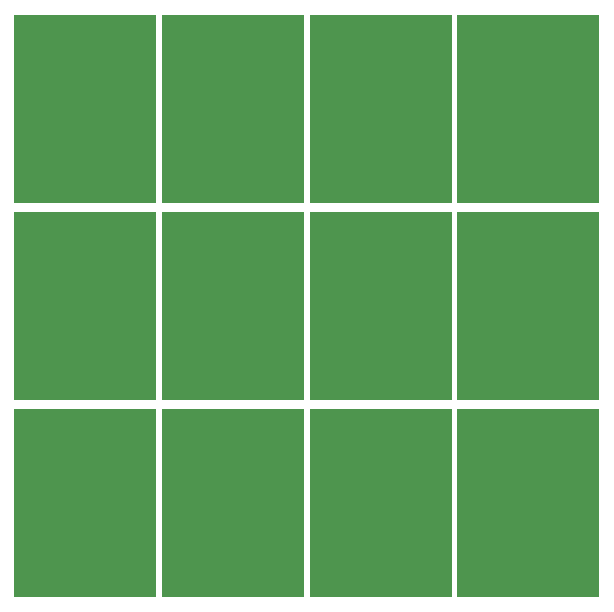
<source format=gbl>
G04 #@! TF.FileFunction,Copper,L2,Bot,Signal*
%FSLAX46Y46*%
G04 Gerber Fmt 4.6, Leading zero omitted, Abs format (unit mm)*
G04 Created by KiCad (PCBNEW 4.0.1-stable) date 7/31/2016 2:21:32 PM*
%MOMM*%
G01*
G04 APERTURE LIST*
%ADD10C,0.100000*%
%ADD11C,0.500000*%
%ADD12C,3.000000*%
%ADD13R,12.000000X16.000000*%
G04 APERTURE END LIST*
D10*
D11*
X48650000Y-35334000D03*
X47650000Y-35334000D03*
X46650000Y-35334000D03*
X45650000Y-35334000D03*
X45650000Y-36334000D03*
X46650000Y-36334000D03*
X47650000Y-36334000D03*
X48650000Y-36334000D03*
X48650000Y-37334000D03*
X47650000Y-37334000D03*
X46650000Y-37334000D03*
X45650000Y-37334000D03*
X38850000Y-37334000D03*
X39850000Y-37334000D03*
X40850000Y-37334000D03*
X41850000Y-37334000D03*
X41850000Y-36334000D03*
X40850000Y-36334000D03*
X39850000Y-36334000D03*
X38850000Y-36334000D03*
X38850000Y-35334000D03*
X39850000Y-35334000D03*
X40850000Y-35334000D03*
X41850000Y-35334000D03*
X48650000Y-41334000D03*
X47650000Y-41334000D03*
X46650000Y-41334000D03*
X45650000Y-41334000D03*
X44650000Y-40334000D03*
X45650000Y-40334000D03*
X46650000Y-40334000D03*
X47650000Y-40334000D03*
X48650000Y-40334000D03*
X48650000Y-39334000D03*
X47650000Y-39334000D03*
X46650000Y-39334000D03*
X45650000Y-39334000D03*
X44650000Y-39334000D03*
X44650000Y-38334000D03*
X45650000Y-38334000D03*
X46650000Y-38334000D03*
X47650000Y-38334000D03*
X48650000Y-38334000D03*
X43750000Y-38834000D03*
X43750000Y-39834000D03*
X42850000Y-38334000D03*
X41850000Y-38334000D03*
X40850000Y-38334000D03*
X39850000Y-38334000D03*
X38850000Y-38334000D03*
X38850000Y-39334000D03*
X39850000Y-39334000D03*
X40850000Y-39334000D03*
X41850000Y-39334000D03*
X42850000Y-39334000D03*
X42850000Y-40334000D03*
X41850000Y-40334000D03*
X40850000Y-40334000D03*
X39850000Y-40334000D03*
X38850000Y-40334000D03*
X41850000Y-41334000D03*
X40850000Y-41334000D03*
X39850000Y-41334000D03*
X38850000Y-41334000D03*
X43750000Y-40834000D03*
X43750000Y-46834000D03*
X43750000Y-47834000D03*
X43750000Y-41834000D03*
X43750000Y-42834000D03*
X43750000Y-43834000D03*
X43750000Y-44834000D03*
X43750000Y-45834000D03*
X44650000Y-46334000D03*
X44650000Y-47334000D03*
X44650000Y-48334000D03*
X42850000Y-46334000D03*
X42850000Y-47334000D03*
X42850000Y-48334000D03*
X44650000Y-41334000D03*
X44650000Y-42334000D03*
X44650000Y-43334000D03*
X44650000Y-44334000D03*
X44650000Y-45334000D03*
X42850000Y-41334000D03*
X42850000Y-42334000D03*
X42850000Y-43334000D03*
X42850000Y-44334000D03*
X42850000Y-45334000D03*
D12*
X43750000Y-36734000D03*
D13*
X43750000Y-41734000D03*
D11*
X36150000Y-35334000D03*
X35150000Y-35334000D03*
X34150000Y-35334000D03*
X33150000Y-35334000D03*
X33150000Y-36334000D03*
X34150000Y-36334000D03*
X35150000Y-36334000D03*
X36150000Y-36334000D03*
X36150000Y-37334000D03*
X35150000Y-37334000D03*
X34150000Y-37334000D03*
X33150000Y-37334000D03*
X26350000Y-37334000D03*
X27350000Y-37334000D03*
X28350000Y-37334000D03*
X29350000Y-37334000D03*
X29350000Y-36334000D03*
X28350000Y-36334000D03*
X27350000Y-36334000D03*
X26350000Y-36334000D03*
X26350000Y-35334000D03*
X27350000Y-35334000D03*
X28350000Y-35334000D03*
X29350000Y-35334000D03*
X36150000Y-41334000D03*
X35150000Y-41334000D03*
X34150000Y-41334000D03*
X33150000Y-41334000D03*
X32150000Y-40334000D03*
X33150000Y-40334000D03*
X34150000Y-40334000D03*
X35150000Y-40334000D03*
X36150000Y-40334000D03*
X36150000Y-39334000D03*
X35150000Y-39334000D03*
X34150000Y-39334000D03*
X33150000Y-39334000D03*
X32150000Y-39334000D03*
X32150000Y-38334000D03*
X33150000Y-38334000D03*
X34150000Y-38334000D03*
X35150000Y-38334000D03*
X36150000Y-38334000D03*
X31250000Y-38834000D03*
X31250000Y-39834000D03*
X30350000Y-38334000D03*
X29350000Y-38334000D03*
X28350000Y-38334000D03*
X27350000Y-38334000D03*
X26350000Y-38334000D03*
X26350000Y-39334000D03*
X27350000Y-39334000D03*
X28350000Y-39334000D03*
X29350000Y-39334000D03*
X30350000Y-39334000D03*
X30350000Y-40334000D03*
X29350000Y-40334000D03*
X28350000Y-40334000D03*
X27350000Y-40334000D03*
X26350000Y-40334000D03*
X29350000Y-41334000D03*
X28350000Y-41334000D03*
X27350000Y-41334000D03*
X26350000Y-41334000D03*
X31250000Y-40834000D03*
X31250000Y-46834000D03*
X31250000Y-47834000D03*
X31250000Y-41834000D03*
X31250000Y-42834000D03*
X31250000Y-43834000D03*
X31250000Y-44834000D03*
X31250000Y-45834000D03*
X32150000Y-46334000D03*
X32150000Y-47334000D03*
X32150000Y-48334000D03*
X30350000Y-46334000D03*
X30350000Y-47334000D03*
X30350000Y-48334000D03*
X32150000Y-41334000D03*
X32150000Y-42334000D03*
X32150000Y-43334000D03*
X32150000Y-44334000D03*
X32150000Y-45334000D03*
X30350000Y-41334000D03*
X30350000Y-42334000D03*
X30350000Y-43334000D03*
X30350000Y-44334000D03*
X30350000Y-45334000D03*
D12*
X31250000Y-36734000D03*
D13*
X31250000Y-41734000D03*
D11*
X48650000Y-18667000D03*
X47650000Y-18667000D03*
X46650000Y-18667000D03*
X45650000Y-18667000D03*
X45650000Y-19667000D03*
X46650000Y-19667000D03*
X47650000Y-19667000D03*
X48650000Y-19667000D03*
X48650000Y-20667000D03*
X47650000Y-20667000D03*
X46650000Y-20667000D03*
X45650000Y-20667000D03*
X38850000Y-20667000D03*
X39850000Y-20667000D03*
X40850000Y-20667000D03*
X41850000Y-20667000D03*
X41850000Y-19667000D03*
X40850000Y-19667000D03*
X39850000Y-19667000D03*
X38850000Y-19667000D03*
X38850000Y-18667000D03*
X39850000Y-18667000D03*
X40850000Y-18667000D03*
X41850000Y-18667000D03*
X48650000Y-24667000D03*
X47650000Y-24667000D03*
X46650000Y-24667000D03*
X45650000Y-24667000D03*
X44650000Y-23667000D03*
X45650000Y-23667000D03*
X46650000Y-23667000D03*
X47650000Y-23667000D03*
X48650000Y-23667000D03*
X48650000Y-22667000D03*
X47650000Y-22667000D03*
X46650000Y-22667000D03*
X45650000Y-22667000D03*
X44650000Y-22667000D03*
X44650000Y-21667000D03*
X45650000Y-21667000D03*
X46650000Y-21667000D03*
X47650000Y-21667000D03*
X48650000Y-21667000D03*
X43750000Y-22167000D03*
X43750000Y-23167000D03*
X42850000Y-21667000D03*
X41850000Y-21667000D03*
X40850000Y-21667000D03*
X39850000Y-21667000D03*
X38850000Y-21667000D03*
X38850000Y-22667000D03*
X39850000Y-22667000D03*
X40850000Y-22667000D03*
X41850000Y-22667000D03*
X42850000Y-22667000D03*
X42850000Y-23667000D03*
X41850000Y-23667000D03*
X40850000Y-23667000D03*
X39850000Y-23667000D03*
X38850000Y-23667000D03*
X41850000Y-24667000D03*
X40850000Y-24667000D03*
X39850000Y-24667000D03*
X38850000Y-24667000D03*
X43750000Y-24167000D03*
X43750000Y-30167000D03*
X43750000Y-31167000D03*
X43750000Y-25167000D03*
X43750000Y-26167000D03*
X43750000Y-27167000D03*
X43750000Y-28167000D03*
X43750000Y-29167000D03*
X44650000Y-29667000D03*
X44650000Y-30667000D03*
X44650000Y-31667000D03*
X42850000Y-29667000D03*
X42850000Y-30667000D03*
X42850000Y-31667000D03*
X44650000Y-24667000D03*
X44650000Y-25667000D03*
X44650000Y-26667000D03*
X44650000Y-27667000D03*
X44650000Y-28667000D03*
X42850000Y-24667000D03*
X42850000Y-25667000D03*
X42850000Y-26667000D03*
X42850000Y-27667000D03*
X42850000Y-28667000D03*
D12*
X43750000Y-20067000D03*
D13*
X43750000Y-25067000D03*
D11*
X36150000Y-18667000D03*
X35150000Y-18667000D03*
X34150000Y-18667000D03*
X33150000Y-18667000D03*
X33150000Y-19667000D03*
X34150000Y-19667000D03*
X35150000Y-19667000D03*
X36150000Y-19667000D03*
X36150000Y-20667000D03*
X35150000Y-20667000D03*
X34150000Y-20667000D03*
X33150000Y-20667000D03*
X26350000Y-20667000D03*
X27350000Y-20667000D03*
X28350000Y-20667000D03*
X29350000Y-20667000D03*
X29350000Y-19667000D03*
X28350000Y-19667000D03*
X27350000Y-19667000D03*
X26350000Y-19667000D03*
X26350000Y-18667000D03*
X27350000Y-18667000D03*
X28350000Y-18667000D03*
X29350000Y-18667000D03*
X36150000Y-24667000D03*
X35150000Y-24667000D03*
X34150000Y-24667000D03*
X33150000Y-24667000D03*
X32150000Y-23667000D03*
X33150000Y-23667000D03*
X34150000Y-23667000D03*
X35150000Y-23667000D03*
X36150000Y-23667000D03*
X36150000Y-22667000D03*
X35150000Y-22667000D03*
X34150000Y-22667000D03*
X33150000Y-22667000D03*
X32150000Y-22667000D03*
X32150000Y-21667000D03*
X33150000Y-21667000D03*
X34150000Y-21667000D03*
X35150000Y-21667000D03*
X36150000Y-21667000D03*
X31250000Y-22167000D03*
X31250000Y-23167000D03*
X30350000Y-21667000D03*
X29350000Y-21667000D03*
X28350000Y-21667000D03*
X27350000Y-21667000D03*
X26350000Y-21667000D03*
X26350000Y-22667000D03*
X27350000Y-22667000D03*
X28350000Y-22667000D03*
X29350000Y-22667000D03*
X30350000Y-22667000D03*
X30350000Y-23667000D03*
X29350000Y-23667000D03*
X28350000Y-23667000D03*
X27350000Y-23667000D03*
X26350000Y-23667000D03*
X29350000Y-24667000D03*
X28350000Y-24667000D03*
X27350000Y-24667000D03*
X26350000Y-24667000D03*
X31250000Y-24167000D03*
X31250000Y-30167000D03*
X31250000Y-31167000D03*
X31250000Y-25167000D03*
X31250000Y-26167000D03*
X31250000Y-27167000D03*
X31250000Y-28167000D03*
X31250000Y-29167000D03*
X32150000Y-29667000D03*
X32150000Y-30667000D03*
X32150000Y-31667000D03*
X30350000Y-29667000D03*
X30350000Y-30667000D03*
X30350000Y-31667000D03*
X32150000Y-24667000D03*
X32150000Y-25667000D03*
X32150000Y-26667000D03*
X32150000Y-27667000D03*
X32150000Y-28667000D03*
X30350000Y-24667000D03*
X30350000Y-25667000D03*
X30350000Y-26667000D03*
X30350000Y-27667000D03*
X30350000Y-28667000D03*
D12*
X31250000Y-20067000D03*
D13*
X31250000Y-25067000D03*
D11*
X48650000Y-2000000D03*
X47650000Y-2000000D03*
X46650000Y-2000000D03*
X45650000Y-2000000D03*
X45650000Y-3000000D03*
X46650000Y-3000000D03*
X47650000Y-3000000D03*
X48650000Y-3000000D03*
X48650000Y-4000000D03*
X47650000Y-4000000D03*
X46650000Y-4000000D03*
X45650000Y-4000000D03*
X38850000Y-4000000D03*
X39850000Y-4000000D03*
X40850000Y-4000000D03*
X41850000Y-4000000D03*
X41850000Y-3000000D03*
X40850000Y-3000000D03*
X39850000Y-3000000D03*
X38850000Y-3000000D03*
X38850000Y-2000000D03*
X39850000Y-2000000D03*
X40850000Y-2000000D03*
X41850000Y-2000000D03*
X48650000Y-8000000D03*
X47650000Y-8000000D03*
X46650000Y-8000000D03*
X45650000Y-8000000D03*
X44650000Y-7000000D03*
X45650000Y-7000000D03*
X46650000Y-7000000D03*
X47650000Y-7000000D03*
X48650000Y-7000000D03*
X48650000Y-6000000D03*
X47650000Y-6000000D03*
X46650000Y-6000000D03*
X45650000Y-6000000D03*
X44650000Y-6000000D03*
X44650000Y-5000000D03*
X45650000Y-5000000D03*
X46650000Y-5000000D03*
X47650000Y-5000000D03*
X48650000Y-5000000D03*
X43750000Y-5500000D03*
X43750000Y-6500000D03*
X42850000Y-5000000D03*
X41850000Y-5000000D03*
X40850000Y-5000000D03*
X39850000Y-5000000D03*
X38850000Y-5000000D03*
X38850000Y-6000000D03*
X39850000Y-6000000D03*
X40850000Y-6000000D03*
X41850000Y-6000000D03*
X42850000Y-6000000D03*
X42850000Y-7000000D03*
X41850000Y-7000000D03*
X40850000Y-7000000D03*
X39850000Y-7000000D03*
X38850000Y-7000000D03*
X41850000Y-8000000D03*
X40850000Y-8000000D03*
X39850000Y-8000000D03*
X38850000Y-8000000D03*
X43750000Y-7500000D03*
X43750000Y-13500000D03*
X43750000Y-14500000D03*
X43750000Y-8500000D03*
X43750000Y-9500000D03*
X43750000Y-10500000D03*
X43750000Y-11500000D03*
X43750000Y-12500000D03*
X44650000Y-13000000D03*
X44650000Y-14000000D03*
X44650000Y-15000000D03*
X42850000Y-13000000D03*
X42850000Y-14000000D03*
X42850000Y-15000000D03*
X44650000Y-8000000D03*
X44650000Y-9000000D03*
X44650000Y-10000000D03*
X44650000Y-11000000D03*
X44650000Y-12000000D03*
X42850000Y-8000000D03*
X42850000Y-9000000D03*
X42850000Y-10000000D03*
X42850000Y-11000000D03*
X42850000Y-12000000D03*
D12*
X43750000Y-3400000D03*
D13*
X43750000Y-8400000D03*
D11*
X36150000Y-2000000D03*
X35150000Y-2000000D03*
X34150000Y-2000000D03*
X33150000Y-2000000D03*
X33150000Y-3000000D03*
X34150000Y-3000000D03*
X35150000Y-3000000D03*
X36150000Y-3000000D03*
X36150000Y-4000000D03*
X35150000Y-4000000D03*
X34150000Y-4000000D03*
X33150000Y-4000000D03*
X26350000Y-4000000D03*
X27350000Y-4000000D03*
X28350000Y-4000000D03*
X29350000Y-4000000D03*
X29350000Y-3000000D03*
X28350000Y-3000000D03*
X27350000Y-3000000D03*
X26350000Y-3000000D03*
X26350000Y-2000000D03*
X27350000Y-2000000D03*
X28350000Y-2000000D03*
X29350000Y-2000000D03*
X36150000Y-8000000D03*
X35150000Y-8000000D03*
X34150000Y-8000000D03*
X33150000Y-8000000D03*
X32150000Y-7000000D03*
X33150000Y-7000000D03*
X34150000Y-7000000D03*
X35150000Y-7000000D03*
X36150000Y-7000000D03*
X36150000Y-6000000D03*
X35150000Y-6000000D03*
X34150000Y-6000000D03*
X33150000Y-6000000D03*
X32150000Y-6000000D03*
X32150000Y-5000000D03*
X33150000Y-5000000D03*
X34150000Y-5000000D03*
X35150000Y-5000000D03*
X36150000Y-5000000D03*
X31250000Y-5500000D03*
X31250000Y-6500000D03*
X30350000Y-5000000D03*
X29350000Y-5000000D03*
X28350000Y-5000000D03*
X27350000Y-5000000D03*
X26350000Y-5000000D03*
X26350000Y-6000000D03*
X27350000Y-6000000D03*
X28350000Y-6000000D03*
X29350000Y-6000000D03*
X30350000Y-6000000D03*
X30350000Y-7000000D03*
X29350000Y-7000000D03*
X28350000Y-7000000D03*
X27350000Y-7000000D03*
X26350000Y-7000000D03*
X29350000Y-8000000D03*
X28350000Y-8000000D03*
X27350000Y-8000000D03*
X26350000Y-8000000D03*
X31250000Y-7500000D03*
X31250000Y-13500000D03*
X31250000Y-14500000D03*
X31250000Y-8500000D03*
X31250000Y-9500000D03*
X31250000Y-10500000D03*
X31250000Y-11500000D03*
X31250000Y-12500000D03*
X32150000Y-13000000D03*
X32150000Y-14000000D03*
X32150000Y-15000000D03*
X30350000Y-13000000D03*
X30350000Y-14000000D03*
X30350000Y-15000000D03*
X32150000Y-8000000D03*
X32150000Y-9000000D03*
X32150000Y-10000000D03*
X32150000Y-11000000D03*
X32150000Y-12000000D03*
X30350000Y-8000000D03*
X30350000Y-9000000D03*
X30350000Y-10000000D03*
X30350000Y-11000000D03*
X30350000Y-12000000D03*
D12*
X31250000Y-3400000D03*
D13*
X31250000Y-8400000D03*
D11*
X10950000Y-2500000D03*
X9950000Y-2500000D03*
X8950000Y-2500000D03*
X7950000Y-2500000D03*
X7950000Y-3500000D03*
X8950000Y-3500000D03*
X9950000Y-3500000D03*
X10950000Y-3500000D03*
X10950000Y-4500000D03*
X9950000Y-4500000D03*
X8950000Y-4500000D03*
X7950000Y-4500000D03*
X1550000Y-4500000D03*
X2550000Y-4500000D03*
X3550000Y-4500000D03*
X4550000Y-4500000D03*
X4550000Y-3500000D03*
X3550000Y-3500000D03*
X2550000Y-3500000D03*
X1550000Y-3500000D03*
X1550000Y-2500000D03*
X2550000Y-2500000D03*
X3550000Y-2500000D03*
X4550000Y-2500000D03*
X6250000Y-9000000D03*
X6950000Y-6500000D03*
X6950000Y-7500000D03*
X6950000Y-8500000D03*
X5550000Y-8500000D03*
X5550000Y-7500000D03*
X5550000Y-6500000D03*
X6250000Y-13000000D03*
X6250000Y-10000000D03*
X6250000Y-12000000D03*
X6250000Y-11000000D03*
X4550000Y-12500000D03*
X3550000Y-12500000D03*
X2550000Y-12500000D03*
X1550000Y-12500000D03*
X6950000Y-12500000D03*
X5550000Y-12500000D03*
X6950000Y-11500000D03*
X6950000Y-9500000D03*
X5550000Y-9500000D03*
X5550000Y-5500000D03*
X6950000Y-5500000D03*
X10950000Y-12500000D03*
X9950000Y-12500000D03*
X8950000Y-12500000D03*
X7950000Y-12500000D03*
X7950000Y-11500000D03*
X8950000Y-11500000D03*
X9950000Y-11500000D03*
X10950000Y-11500000D03*
X10950000Y-10500000D03*
X9950000Y-10500000D03*
X8950000Y-10500000D03*
X7950000Y-10500000D03*
X7950000Y-9500000D03*
X8950000Y-9500000D03*
X9950000Y-9500000D03*
X10950000Y-9500000D03*
X10950000Y-8500000D03*
X9950000Y-8500000D03*
X8950000Y-8500000D03*
X7950000Y-8500000D03*
X7950000Y-7500000D03*
X8950000Y-7500000D03*
X9950000Y-7500000D03*
X10950000Y-7500000D03*
X10950000Y-6500000D03*
X9950000Y-6500000D03*
X8950000Y-6500000D03*
X7950000Y-6500000D03*
X7950000Y-5500000D03*
X8950000Y-5500000D03*
X9950000Y-5500000D03*
X10950000Y-5500000D03*
X4550000Y-5500000D03*
X3550000Y-5500000D03*
X2550000Y-5500000D03*
X1550000Y-5500000D03*
X1550000Y-6500000D03*
X2550000Y-6500000D03*
X3550000Y-6500000D03*
X4550000Y-6500000D03*
X4550000Y-7500000D03*
X3550000Y-7500000D03*
X2550000Y-7500000D03*
X1550000Y-7500000D03*
X1550000Y-8500000D03*
X2550000Y-8500000D03*
X3550000Y-8500000D03*
X4550000Y-8500000D03*
X4550000Y-9500000D03*
X3550000Y-9500000D03*
X2550000Y-9500000D03*
X1550000Y-9500000D03*
X1550000Y-10500000D03*
X2550000Y-10500000D03*
X3550000Y-10500000D03*
X4550000Y-10500000D03*
X4550000Y-11500000D03*
X3550000Y-11500000D03*
X2550000Y-11500000D03*
X1550000Y-11500000D03*
X6950000Y-10500000D03*
X5550000Y-11500000D03*
X5550000Y-10500000D03*
D12*
X6250000Y-3400000D03*
D13*
X6250000Y-8400000D03*
D11*
X23450000Y-2500000D03*
X22450000Y-2500000D03*
X21450000Y-2500000D03*
X20450000Y-2500000D03*
X20450000Y-3500000D03*
X21450000Y-3500000D03*
X22450000Y-3500000D03*
X23450000Y-3500000D03*
X23450000Y-4500000D03*
X22450000Y-4500000D03*
X21450000Y-4500000D03*
X20450000Y-4500000D03*
X14050000Y-4500000D03*
X15050000Y-4500000D03*
X16050000Y-4500000D03*
X17050000Y-4500000D03*
X17050000Y-3500000D03*
X16050000Y-3500000D03*
X15050000Y-3500000D03*
X14050000Y-3500000D03*
X14050000Y-2500000D03*
X15050000Y-2500000D03*
X16050000Y-2500000D03*
X17050000Y-2500000D03*
X18750000Y-9000000D03*
X19450000Y-6500000D03*
X19450000Y-7500000D03*
X19450000Y-8500000D03*
X18050000Y-8500000D03*
X18050000Y-7500000D03*
X18050000Y-6500000D03*
X18750000Y-13000000D03*
X18750000Y-10000000D03*
X18750000Y-12000000D03*
X18750000Y-11000000D03*
X17050000Y-12500000D03*
X16050000Y-12500000D03*
X15050000Y-12500000D03*
X14050000Y-12500000D03*
X19450000Y-12500000D03*
X18050000Y-12500000D03*
X19450000Y-11500000D03*
X19450000Y-9500000D03*
X18050000Y-9500000D03*
X18050000Y-5500000D03*
X19450000Y-5500000D03*
X23450000Y-12500000D03*
X22450000Y-12500000D03*
X21450000Y-12500000D03*
X20450000Y-12500000D03*
X20450000Y-11500000D03*
X21450000Y-11500000D03*
X22450000Y-11500000D03*
X23450000Y-11500000D03*
X23450000Y-10500000D03*
X22450000Y-10500000D03*
X21450000Y-10500000D03*
X20450000Y-10500000D03*
X20450000Y-9500000D03*
X21450000Y-9500000D03*
X22450000Y-9500000D03*
X23450000Y-9500000D03*
X23450000Y-8500000D03*
X22450000Y-8500000D03*
X21450000Y-8500000D03*
X20450000Y-8500000D03*
X20450000Y-7500000D03*
X21450000Y-7500000D03*
X22450000Y-7500000D03*
X23450000Y-7500000D03*
X23450000Y-6500000D03*
X22450000Y-6500000D03*
X21450000Y-6500000D03*
X20450000Y-6500000D03*
X20450000Y-5500000D03*
X21450000Y-5500000D03*
X22450000Y-5500000D03*
X23450000Y-5500000D03*
X17050000Y-5500000D03*
X16050000Y-5500000D03*
X15050000Y-5500000D03*
X14050000Y-5500000D03*
X14050000Y-6500000D03*
X15050000Y-6500000D03*
X16050000Y-6500000D03*
X17050000Y-6500000D03*
X17050000Y-7500000D03*
X16050000Y-7500000D03*
X15050000Y-7500000D03*
X14050000Y-7500000D03*
X14050000Y-8500000D03*
X15050000Y-8500000D03*
X16050000Y-8500000D03*
X17050000Y-8500000D03*
X17050000Y-9500000D03*
X16050000Y-9500000D03*
X15050000Y-9500000D03*
X14050000Y-9500000D03*
X14050000Y-10500000D03*
X15050000Y-10500000D03*
X16050000Y-10500000D03*
X17050000Y-10500000D03*
X17050000Y-11500000D03*
X16050000Y-11500000D03*
X15050000Y-11500000D03*
X14050000Y-11500000D03*
X19450000Y-10500000D03*
X18050000Y-11500000D03*
X18050000Y-10500000D03*
D12*
X18750000Y-3400000D03*
D13*
X18750000Y-8400000D03*
D11*
X10950000Y-19167000D03*
X9950000Y-19167000D03*
X8950000Y-19167000D03*
X7950000Y-19167000D03*
X7950000Y-20167000D03*
X8950000Y-20167000D03*
X9950000Y-20167000D03*
X10950000Y-20167000D03*
X10950000Y-21167000D03*
X9950000Y-21167000D03*
X8950000Y-21167000D03*
X7950000Y-21167000D03*
X1550000Y-21167000D03*
X2550000Y-21167000D03*
X3550000Y-21167000D03*
X4550000Y-21167000D03*
X4550000Y-20167000D03*
X3550000Y-20167000D03*
X2550000Y-20167000D03*
X1550000Y-20167000D03*
X1550000Y-19167000D03*
X2550000Y-19167000D03*
X3550000Y-19167000D03*
X4550000Y-19167000D03*
X6250000Y-25667000D03*
X6950000Y-23167000D03*
X6950000Y-24167000D03*
X6950000Y-25167000D03*
X5550000Y-25167000D03*
X5550000Y-24167000D03*
X5550000Y-23167000D03*
X6250000Y-29667000D03*
X6250000Y-26667000D03*
X6250000Y-28667000D03*
X6250000Y-27667000D03*
X4550000Y-29167000D03*
X3550000Y-29167000D03*
X2550000Y-29167000D03*
X1550000Y-29167000D03*
X6950000Y-29167000D03*
X5550000Y-29167000D03*
X6950000Y-28167000D03*
X6950000Y-26167000D03*
X5550000Y-26167000D03*
X5550000Y-22167000D03*
X6950000Y-22167000D03*
X10950000Y-29167000D03*
X9950000Y-29167000D03*
X8950000Y-29167000D03*
X7950000Y-29167000D03*
X7950000Y-28167000D03*
X8950000Y-28167000D03*
X9950000Y-28167000D03*
X10950000Y-28167000D03*
X10950000Y-27167000D03*
X9950000Y-27167000D03*
X8950000Y-27167000D03*
X7950000Y-27167000D03*
X7950000Y-26167000D03*
X8950000Y-26167000D03*
X9950000Y-26167000D03*
X10950000Y-26167000D03*
X10950000Y-25167000D03*
X9950000Y-25167000D03*
X8950000Y-25167000D03*
X7950000Y-25167000D03*
X7950000Y-24167000D03*
X8950000Y-24167000D03*
X9950000Y-24167000D03*
X10950000Y-24167000D03*
X10950000Y-23167000D03*
X9950000Y-23167000D03*
X8950000Y-23167000D03*
X7950000Y-23167000D03*
X7950000Y-22167000D03*
X8950000Y-22167000D03*
X9950000Y-22167000D03*
X10950000Y-22167000D03*
X4550000Y-22167000D03*
X3550000Y-22167000D03*
X2550000Y-22167000D03*
X1550000Y-22167000D03*
X1550000Y-23167000D03*
X2550000Y-23167000D03*
X3550000Y-23167000D03*
X4550000Y-23167000D03*
X4550000Y-24167000D03*
X3550000Y-24167000D03*
X2550000Y-24167000D03*
X1550000Y-24167000D03*
X1550000Y-25167000D03*
X2550000Y-25167000D03*
X3550000Y-25167000D03*
X4550000Y-25167000D03*
X4550000Y-26167000D03*
X3550000Y-26167000D03*
X2550000Y-26167000D03*
X1550000Y-26167000D03*
X1550000Y-27167000D03*
X2550000Y-27167000D03*
X3550000Y-27167000D03*
X4550000Y-27167000D03*
X4550000Y-28167000D03*
X3550000Y-28167000D03*
X2550000Y-28167000D03*
X1550000Y-28167000D03*
X6950000Y-27167000D03*
X5550000Y-28167000D03*
X5550000Y-27167000D03*
D12*
X6250000Y-20067000D03*
D13*
X6250000Y-25067000D03*
D11*
X23450000Y-19167000D03*
X22450000Y-19167000D03*
X21450000Y-19167000D03*
X20450000Y-19167000D03*
X20450000Y-20167000D03*
X21450000Y-20167000D03*
X22450000Y-20167000D03*
X23450000Y-20167000D03*
X23450000Y-21167000D03*
X22450000Y-21167000D03*
X21450000Y-21167000D03*
X20450000Y-21167000D03*
X14050000Y-21167000D03*
X15050000Y-21167000D03*
X16050000Y-21167000D03*
X17050000Y-21167000D03*
X17050000Y-20167000D03*
X16050000Y-20167000D03*
X15050000Y-20167000D03*
X14050000Y-20167000D03*
X14050000Y-19167000D03*
X15050000Y-19167000D03*
X16050000Y-19167000D03*
X17050000Y-19167000D03*
X18750000Y-25667000D03*
X19450000Y-23167000D03*
X19450000Y-24167000D03*
X19450000Y-25167000D03*
X18050000Y-25167000D03*
X18050000Y-24167000D03*
X18050000Y-23167000D03*
X18750000Y-29667000D03*
X18750000Y-26667000D03*
X18750000Y-28667000D03*
X18750000Y-27667000D03*
X17050000Y-29167000D03*
X16050000Y-29167000D03*
X15050000Y-29167000D03*
X14050000Y-29167000D03*
X19450000Y-29167000D03*
X18050000Y-29167000D03*
X19450000Y-28167000D03*
X19450000Y-26167000D03*
X18050000Y-26167000D03*
X18050000Y-22167000D03*
X19450000Y-22167000D03*
X23450000Y-29167000D03*
X22450000Y-29167000D03*
X21450000Y-29167000D03*
X20450000Y-29167000D03*
X20450000Y-28167000D03*
X21450000Y-28167000D03*
X22450000Y-28167000D03*
X23450000Y-28167000D03*
X23450000Y-27167000D03*
X22450000Y-27167000D03*
X21450000Y-27167000D03*
X20450000Y-27167000D03*
X20450000Y-26167000D03*
X21450000Y-26167000D03*
X22450000Y-26167000D03*
X23450000Y-26167000D03*
X23450000Y-25167000D03*
X22450000Y-25167000D03*
X21450000Y-25167000D03*
X20450000Y-25167000D03*
X20450000Y-24167000D03*
X21450000Y-24167000D03*
X22450000Y-24167000D03*
X23450000Y-24167000D03*
X23450000Y-23167000D03*
X22450000Y-23167000D03*
X21450000Y-23167000D03*
X20450000Y-23167000D03*
X20450000Y-22167000D03*
X21450000Y-22167000D03*
X22450000Y-22167000D03*
X23450000Y-22167000D03*
X17050000Y-22167000D03*
X16050000Y-22167000D03*
X15050000Y-22167000D03*
X14050000Y-22167000D03*
X14050000Y-23167000D03*
X15050000Y-23167000D03*
X16050000Y-23167000D03*
X17050000Y-23167000D03*
X17050000Y-24167000D03*
X16050000Y-24167000D03*
X15050000Y-24167000D03*
X14050000Y-24167000D03*
X14050000Y-25167000D03*
X15050000Y-25167000D03*
X16050000Y-25167000D03*
X17050000Y-25167000D03*
X17050000Y-26167000D03*
X16050000Y-26167000D03*
X15050000Y-26167000D03*
X14050000Y-26167000D03*
X14050000Y-27167000D03*
X15050000Y-27167000D03*
X16050000Y-27167000D03*
X17050000Y-27167000D03*
X17050000Y-28167000D03*
X16050000Y-28167000D03*
X15050000Y-28167000D03*
X14050000Y-28167000D03*
X19450000Y-27167000D03*
X18050000Y-28167000D03*
X18050000Y-27167000D03*
D12*
X18750000Y-20067000D03*
D13*
X18750000Y-25067000D03*
D11*
X10950000Y-35834000D03*
X9950000Y-35834000D03*
X8950000Y-35834000D03*
X7950000Y-35834000D03*
X7950000Y-36834000D03*
X8950000Y-36834000D03*
X9950000Y-36834000D03*
X10950000Y-36834000D03*
X10950000Y-37834000D03*
X9950000Y-37834000D03*
X8950000Y-37834000D03*
X7950000Y-37834000D03*
X1550000Y-37834000D03*
X2550000Y-37834000D03*
X3550000Y-37834000D03*
X4550000Y-37834000D03*
X4550000Y-36834000D03*
X3550000Y-36834000D03*
X2550000Y-36834000D03*
X1550000Y-36834000D03*
X1550000Y-35834000D03*
X2550000Y-35834000D03*
X3550000Y-35834000D03*
X4550000Y-35834000D03*
X6250000Y-42334000D03*
X6950000Y-39834000D03*
X6950000Y-40834000D03*
X6950000Y-41834000D03*
X5550000Y-41834000D03*
X5550000Y-40834000D03*
X5550000Y-39834000D03*
X6250000Y-46334000D03*
X6250000Y-43334000D03*
X6250000Y-45334000D03*
X6250000Y-44334000D03*
X4550000Y-45834000D03*
X3550000Y-45834000D03*
X2550000Y-45834000D03*
X1550000Y-45834000D03*
X6950000Y-45834000D03*
X5550000Y-45834000D03*
X6950000Y-44834000D03*
X6950000Y-42834000D03*
X5550000Y-42834000D03*
X5550000Y-38834000D03*
X6950000Y-38834000D03*
X10950000Y-45834000D03*
X9950000Y-45834000D03*
X8950000Y-45834000D03*
X7950000Y-45834000D03*
X7950000Y-44834000D03*
X8950000Y-44834000D03*
X9950000Y-44834000D03*
X10950000Y-44834000D03*
X10950000Y-43834000D03*
X9950000Y-43834000D03*
X8950000Y-43834000D03*
X7950000Y-43834000D03*
X7950000Y-42834000D03*
X8950000Y-42834000D03*
X9950000Y-42834000D03*
X10950000Y-42834000D03*
X10950000Y-41834000D03*
X9950000Y-41834000D03*
X8950000Y-41834000D03*
X7950000Y-41834000D03*
X7950000Y-40834000D03*
X8950000Y-40834000D03*
X9950000Y-40834000D03*
X10950000Y-40834000D03*
X10950000Y-39834000D03*
X9950000Y-39834000D03*
X8950000Y-39834000D03*
X7950000Y-39834000D03*
X7950000Y-38834000D03*
X8950000Y-38834000D03*
X9950000Y-38834000D03*
X10950000Y-38834000D03*
X4550000Y-38834000D03*
X3550000Y-38834000D03*
X2550000Y-38834000D03*
X1550000Y-38834000D03*
X1550000Y-39834000D03*
X2550000Y-39834000D03*
X3550000Y-39834000D03*
X4550000Y-39834000D03*
X4550000Y-40834000D03*
X3550000Y-40834000D03*
X2550000Y-40834000D03*
X1550000Y-40834000D03*
X1550000Y-41834000D03*
X2550000Y-41834000D03*
X3550000Y-41834000D03*
X4550000Y-41834000D03*
X4550000Y-42834000D03*
X3550000Y-42834000D03*
X2550000Y-42834000D03*
X1550000Y-42834000D03*
X1550000Y-43834000D03*
X2550000Y-43834000D03*
X3550000Y-43834000D03*
X4550000Y-43834000D03*
X4550000Y-44834000D03*
X3550000Y-44834000D03*
X2550000Y-44834000D03*
X1550000Y-44834000D03*
X6950000Y-43834000D03*
X5550000Y-44834000D03*
X5550000Y-43834000D03*
D12*
X6250000Y-36734000D03*
D13*
X6250000Y-41734000D03*
D11*
X23450000Y-35834000D03*
X22450000Y-35834000D03*
X21450000Y-35834000D03*
X20450000Y-35834000D03*
X20450000Y-36834000D03*
X21450000Y-36834000D03*
X22450000Y-36834000D03*
X23450000Y-36834000D03*
X23450000Y-37834000D03*
X22450000Y-37834000D03*
X21450000Y-37834000D03*
X20450000Y-37834000D03*
X14050000Y-37834000D03*
X15050000Y-37834000D03*
X16050000Y-37834000D03*
X17050000Y-37834000D03*
X17050000Y-36834000D03*
X16050000Y-36834000D03*
X15050000Y-36834000D03*
X14050000Y-36834000D03*
X14050000Y-35834000D03*
X15050000Y-35834000D03*
X16050000Y-35834000D03*
X17050000Y-35834000D03*
X18750000Y-42334000D03*
X19450000Y-39834000D03*
X19450000Y-40834000D03*
X19450000Y-41834000D03*
X18050000Y-41834000D03*
X18050000Y-40834000D03*
X18050000Y-39834000D03*
X18750000Y-46334000D03*
X18750000Y-43334000D03*
X18750000Y-45334000D03*
X18750000Y-44334000D03*
X17050000Y-45834000D03*
X16050000Y-45834000D03*
X15050000Y-45834000D03*
X14050000Y-45834000D03*
X19450000Y-45834000D03*
X18050000Y-45834000D03*
X19450000Y-44834000D03*
X19450000Y-42834000D03*
X18050000Y-42834000D03*
X18050000Y-38834000D03*
X19450000Y-38834000D03*
X23450000Y-45834000D03*
X22450000Y-45834000D03*
X21450000Y-45834000D03*
X20450000Y-45834000D03*
X20450000Y-44834000D03*
X21450000Y-44834000D03*
X22450000Y-44834000D03*
X23450000Y-44834000D03*
X23450000Y-43834000D03*
X22450000Y-43834000D03*
X21450000Y-43834000D03*
X20450000Y-43834000D03*
X20450000Y-42834000D03*
X21450000Y-42834000D03*
X22450000Y-42834000D03*
X23450000Y-42834000D03*
X23450000Y-41834000D03*
X22450000Y-41834000D03*
X21450000Y-41834000D03*
X20450000Y-41834000D03*
X20450000Y-40834000D03*
X21450000Y-40834000D03*
X22450000Y-40834000D03*
X23450000Y-40834000D03*
X23450000Y-39834000D03*
X22450000Y-39834000D03*
X21450000Y-39834000D03*
X20450000Y-39834000D03*
X20450000Y-38834000D03*
X21450000Y-38834000D03*
X22450000Y-38834000D03*
X23450000Y-38834000D03*
X17050000Y-38834000D03*
X16050000Y-38834000D03*
X15050000Y-38834000D03*
X14050000Y-38834000D03*
X14050000Y-39834000D03*
X15050000Y-39834000D03*
X16050000Y-39834000D03*
X17050000Y-39834000D03*
X17050000Y-40834000D03*
X16050000Y-40834000D03*
X15050000Y-40834000D03*
X14050000Y-40834000D03*
X14050000Y-41834000D03*
X15050000Y-41834000D03*
X16050000Y-41834000D03*
X17050000Y-41834000D03*
X17050000Y-42834000D03*
X16050000Y-42834000D03*
X15050000Y-42834000D03*
X14050000Y-42834000D03*
X14050000Y-43834000D03*
X15050000Y-43834000D03*
X16050000Y-43834000D03*
X17050000Y-43834000D03*
X17050000Y-44834000D03*
X16050000Y-44834000D03*
X15050000Y-44834000D03*
X14050000Y-44834000D03*
X19450000Y-43834000D03*
X18050000Y-44834000D03*
X18050000Y-43834000D03*
D12*
X18750000Y-36734000D03*
D13*
X18750000Y-41734000D03*
M02*

</source>
